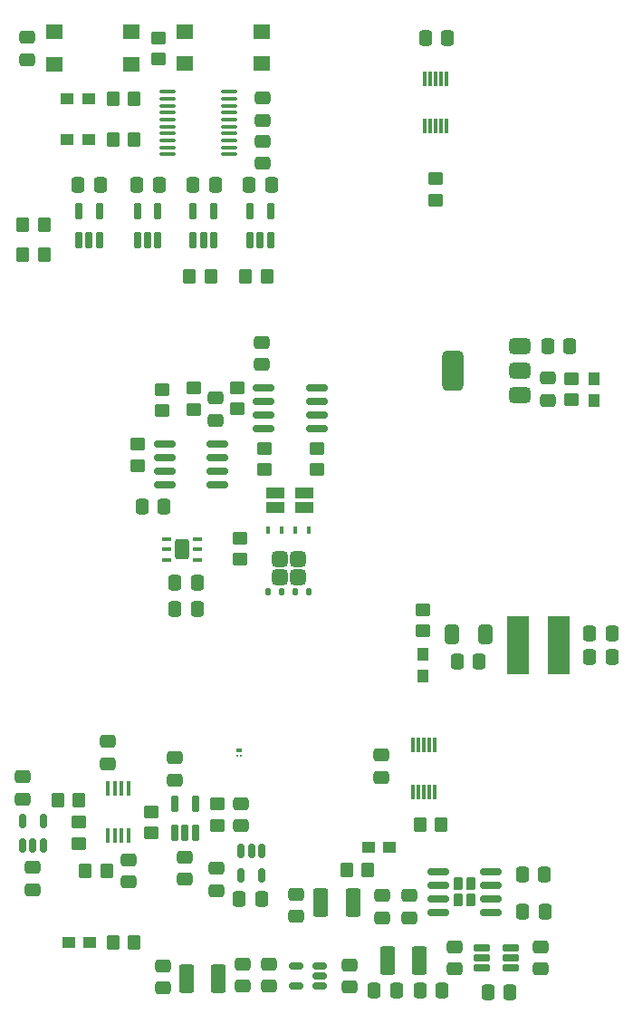
<source format=gbr>
%TF.GenerationSoftware,KiCad,Pcbnew,8.0.0*%
%TF.CreationDate,2024-10-24T21:57:35+02:00*%
%TF.ProjectId,Profiler energetyczny urz_dze_ IoT,50726f66-696c-4657-9220-656e65726765,rev?*%
%TF.SameCoordinates,Original*%
%TF.FileFunction,Paste,Top*%
%TF.FilePolarity,Positive*%
%FSLAX46Y46*%
G04 Gerber Fmt 4.6, Leading zero omitted, Abs format (unit mm)*
G04 Created by KiCad (PCBNEW 8.0.0) date 2024-10-24 21:57:35*
%MOMM*%
%LPD*%
G01*
G04 APERTURE LIST*
G04 Aperture macros list*
%AMRoundRect*
0 Rectangle with rounded corners*
0 $1 Rounding radius*
0 $2 $3 $4 $5 $6 $7 $8 $9 X,Y pos of 4 corners*
0 Add a 4 corners polygon primitive as box body*
4,1,4,$2,$3,$4,$5,$6,$7,$8,$9,$2,$3,0*
0 Add four circle primitives for the rounded corners*
1,1,$1+$1,$2,$3*
1,1,$1+$1,$4,$5*
1,1,$1+$1,$6,$7*
1,1,$1+$1,$8,$9*
0 Add four rect primitives between the rounded corners*
20,1,$1+$1,$2,$3,$4,$5,0*
20,1,$1+$1,$4,$5,$6,$7,0*
20,1,$1+$1,$6,$7,$8,$9,0*
20,1,$1+$1,$8,$9,$2,$3,0*%
G04 Aperture macros list end*
%ADD10RoundRect,0.250000X-0.337500X-0.475000X0.337500X-0.475000X0.337500X0.475000X-0.337500X0.475000X0*%
%ADD11RoundRect,0.250000X-0.350000X-0.450000X0.350000X-0.450000X0.350000X0.450000X-0.350000X0.450000X0*%
%ADD12RoundRect,0.250000X-0.415000X-0.715000X0.415000X-0.715000X0.415000X0.715000X-0.415000X0.715000X0*%
%ADD13RoundRect,0.100000X-0.325000X-0.100000X0.325000X-0.100000X0.325000X0.100000X-0.325000X0.100000X0*%
%ADD14RoundRect,0.375000X0.625000X0.375000X-0.625000X0.375000X-0.625000X-0.375000X0.625000X-0.375000X0*%
%ADD15RoundRect,0.500000X0.500000X1.400000X-0.500000X1.400000X-0.500000X-1.400000X0.500000X-1.400000X0*%
%ADD16RoundRect,0.250000X0.350000X0.450000X-0.350000X0.450000X-0.350000X-0.450000X0.350000X-0.450000X0*%
%ADD17RoundRect,0.250000X-0.475000X0.337500X-0.475000X-0.337500X0.475000X-0.337500X0.475000X0.337500X0*%
%ADD18RoundRect,0.250000X0.475000X-0.337500X0.475000X0.337500X-0.475000X0.337500X-0.475000X-0.337500X0*%
%ADD19R,1.000000X1.200000*%
%ADD20RoundRect,0.162500X0.162500X-0.617500X0.162500X0.617500X-0.162500X0.617500X-0.162500X-0.617500X0*%
%ADD21RoundRect,0.250000X0.450000X-0.350000X0.450000X0.350000X-0.450000X0.350000X-0.450000X-0.350000X0*%
%ADD22RoundRect,0.250000X-0.450000X0.350000X-0.450000X-0.350000X0.450000X-0.350000X0.450000X0.350000X0*%
%ADD23RoundRect,0.250001X0.462499X1.074999X-0.462499X1.074999X-0.462499X-1.074999X0.462499X-1.074999X0*%
%ADD24R,1.600000X1.400000*%
%ADD25RoundRect,0.150000X0.150000X-0.512500X0.150000X0.512500X-0.150000X0.512500X-0.150000X-0.512500X0*%
%ADD26R,1.750000X1.100000*%
%ADD27R,0.215000X0.270000*%
%ADD28R,0.500000X0.320000*%
%ADD29RoundRect,0.250000X0.337500X0.475000X-0.337500X0.475000X-0.337500X-0.475000X0.337500X-0.475000X0*%
%ADD30R,1.200000X1.000000*%
%ADD31RoundRect,0.162500X-0.617500X-0.162500X0.617500X-0.162500X0.617500X0.162500X-0.617500X0.162500X0*%
%ADD32R,0.300000X1.400000*%
%ADD33RoundRect,0.100000X-0.637500X-0.100000X0.637500X-0.100000X0.637500X0.100000X-0.637500X0.100000X0*%
%ADD34R,0.450000X1.450000*%
%ADD35RoundRect,0.230000X-0.230000X-0.375000X0.230000X-0.375000X0.230000X0.375000X-0.230000X0.375000X0*%
%ADD36RoundRect,0.150000X-0.825000X-0.150000X0.825000X-0.150000X0.825000X0.150000X-0.825000X0.150000X0*%
%ADD37RoundRect,0.150000X0.825000X0.150000X-0.825000X0.150000X-0.825000X-0.150000X0.825000X-0.150000X0*%
%ADD38RoundRect,0.375000X-0.375000X0.375000X-0.375000X-0.375000X0.375000X-0.375000X0.375000X0.375000X0*%
%ADD39RoundRect,0.125000X-0.125000X0.250000X-0.125000X-0.250000X0.125000X-0.250000X0.125000X0.250000X0*%
%ADD40RoundRect,0.100000X-0.100000X0.275000X-0.100000X-0.275000X0.100000X-0.275000X0.100000X0.275000X0*%
%ADD41RoundRect,0.150000X0.512500X0.150000X-0.512500X0.150000X-0.512500X-0.150000X0.512500X-0.150000X0*%
%ADD42RoundRect,0.250000X0.412500X0.650000X-0.412500X0.650000X-0.412500X-0.650000X0.412500X-0.650000X0*%
%ADD43R,2.150000X5.500000*%
%ADD44RoundRect,0.150000X-0.150000X0.512500X-0.150000X-0.512500X0.150000X-0.512500X0.150000X0.512500X0*%
%ADD45RoundRect,0.250001X-0.462499X-1.074999X0.462499X-1.074999X0.462499X1.074999X-0.462499X1.074999X0*%
G04 APERTURE END LIST*
D10*
%TO.C,C41*%
X113890000Y-84250000D03*
X115965000Y-84250000D03*
%TD*%
D11*
%TO.C,R3*%
X106397500Y-79985000D03*
X108397500Y-79985000D03*
%TD*%
D10*
%TO.C,C18*%
X112212500Y-123887500D03*
X114287500Y-123887500D03*
%TD*%
D12*
%TO.C,U7*%
X112850000Y-118315000D03*
D13*
X111400000Y-117365000D03*
X111400000Y-118315000D03*
X111400000Y-119265000D03*
X114300000Y-119265000D03*
X114300000Y-118315000D03*
X114300000Y-117365000D03*
%TD*%
D10*
%TO.C,C12*%
X144662500Y-148675000D03*
X146737500Y-148675000D03*
%TD*%
D14*
%TO.C,U4*%
X144450000Y-103925000D03*
X144450000Y-101625000D03*
D15*
X138150000Y-101625000D03*
D14*
X144450000Y-99325000D03*
%TD*%
D16*
%TO.C,R31*%
X115550000Y-92800000D03*
X113550000Y-92800000D03*
%TD*%
D17*
%TO.C,C36*%
X107862500Y-147312500D03*
X107862500Y-149387500D03*
%TD*%
D18*
%TO.C,C3*%
X120387500Y-78237500D03*
X120387500Y-76162500D03*
%TD*%
D19*
%TO.C,D3*%
X135350000Y-130100000D03*
X135350000Y-128100000D03*
%TD*%
D18*
%TO.C,C35*%
X105912500Y-138337500D03*
X105912500Y-136262500D03*
%TD*%
%TO.C,C28*%
X118400000Y-144137500D03*
X118400000Y-142062500D03*
%TD*%
D20*
%TO.C,U18*%
X103227500Y-89450000D03*
X104177500Y-89450000D03*
X105127500Y-89450000D03*
X105127500Y-86750000D03*
X103227500Y-86750000D03*
%TD*%
D16*
%TO.C,R21*%
X103250000Y-141712500D03*
X101250000Y-141712500D03*
%TD*%
D10*
%TO.C,C44*%
X151000000Y-126200000D03*
X153075000Y-126200000D03*
%TD*%
D21*
%TO.C,R19*%
X103250000Y-145812500D03*
X103250000Y-143812500D03*
%TD*%
D11*
%TO.C,R28*%
X98000000Y-88000000D03*
X100000000Y-88000000D03*
%TD*%
D22*
%TO.C,R12*%
X118250000Y-117250000D03*
X118250000Y-119250000D03*
%TD*%
D21*
%TO.C,R7*%
X110000000Y-144800000D03*
X110000000Y-142800000D03*
%TD*%
D23*
%TO.C,L4*%
X135087500Y-156700000D03*
X132112500Y-156700000D03*
%TD*%
D10*
%TO.C,C40*%
X119140000Y-84250000D03*
X121215000Y-84250000D03*
%TD*%
D18*
%TO.C,C31*%
X97987500Y-141650000D03*
X97987500Y-139575000D03*
%TD*%
D16*
%TO.C,R9*%
X130250000Y-148250000D03*
X128250000Y-148250000D03*
%TD*%
D23*
%TO.C,L2*%
X128837500Y-151350000D03*
X125862500Y-151350000D03*
%TD*%
D17*
%TO.C,C2*%
X98427500Y-70462500D03*
X98427500Y-72537500D03*
%TD*%
D24*
%TO.C,SW1*%
X100900000Y-69985000D03*
X108100000Y-69985000D03*
X100900000Y-72985000D03*
X108100000Y-72985000D03*
%TD*%
D25*
%TO.C,U13*%
X97987500Y-146000000D03*
X98937500Y-146000000D03*
X99887500Y-146000000D03*
X99887500Y-143725000D03*
X97987500Y-143725000D03*
%TD*%
D18*
%TO.C,C10*%
X131550000Y-152737500D03*
X131550000Y-150662500D03*
%TD*%
D20*
%TO.C,U20*%
X113927500Y-89450000D03*
X114877500Y-89450000D03*
X115827500Y-89450000D03*
X115827500Y-86750000D03*
X113927500Y-86750000D03*
%TD*%
D21*
%TO.C,R8*%
X149250000Y-104350000D03*
X149250000Y-102350000D03*
%TD*%
D10*
%TO.C,C38*%
X103140000Y-84250000D03*
X105215000Y-84250000D03*
%TD*%
D21*
%TO.C,R16*%
X125500000Y-110850000D03*
X125500000Y-108850000D03*
%TD*%
D20*
%TO.C,U19*%
X119227500Y-89450000D03*
X120177500Y-89450000D03*
X121127500Y-89450000D03*
X121127500Y-86750000D03*
X119227500Y-86750000D03*
%TD*%
D18*
%TO.C,C13*%
X128537500Y-159187500D03*
X128537500Y-157112500D03*
%TD*%
D21*
%TO.C,R27*%
X116200000Y-144100000D03*
X116200000Y-142100000D03*
%TD*%
D17*
%TO.C,C6*%
X146400000Y-155450000D03*
X146400000Y-157525000D03*
%TD*%
%TO.C,C16*%
X134150000Y-150662500D03*
X134150000Y-152737500D03*
%TD*%
D21*
%TO.C,R4*%
X135350000Y-125950000D03*
X135350000Y-123950000D03*
%TD*%
D26*
%TO.C,R32*%
X121575000Y-114400000D03*
X121575000Y-113000000D03*
X124325000Y-113000000D03*
X124325000Y-114400000D03*
%TD*%
D27*
%TO.C,Q2*%
X118040000Y-137565000D03*
X118405000Y-137565000D03*
D28*
X118222500Y-137055000D03*
%TD*%
D22*
%TO.C,R15*%
X120550000Y-108850000D03*
X120550000Y-110850000D03*
%TD*%
D29*
%TO.C,C7*%
X143537500Y-159650000D03*
X141462500Y-159650000D03*
%TD*%
D17*
%TO.C,C4*%
X120400000Y-80162500D03*
X120400000Y-82237500D03*
%TD*%
D30*
%TO.C,D2*%
X102137500Y-79985000D03*
X104137500Y-79985000D03*
%TD*%
D31*
%TO.C,U3*%
X140912500Y-155500000D03*
X140912500Y-156450000D03*
X140912500Y-157400000D03*
X143612500Y-157400000D03*
X143612500Y-156450000D03*
X143612500Y-155500000D03*
%TD*%
D30*
%TO.C,D5*%
X132300000Y-146150000D03*
X130300000Y-146150000D03*
%TD*%
D18*
%TO.C,C34*%
X116000000Y-106237500D03*
X116000000Y-104162500D03*
%TD*%
D16*
%TO.C,R10*%
X108412500Y-155050000D03*
X106412500Y-155050000D03*
%TD*%
D22*
%TO.C,R6*%
X136600000Y-83650000D03*
X136600000Y-85650000D03*
%TD*%
D17*
%TO.C,C14*%
X147050000Y-102325000D03*
X147050000Y-104400000D03*
%TD*%
D20*
%TO.C,U14*%
X112212500Y-144800000D03*
X113162500Y-144800000D03*
X114112500Y-144800000D03*
X114112500Y-142100000D03*
X112212500Y-142100000D03*
%TD*%
D10*
%TO.C,C19*%
X112212500Y-121437500D03*
X114287500Y-121437500D03*
%TD*%
D17*
%TO.C,C23*%
X118550000Y-157062500D03*
X118550000Y-159137500D03*
%TD*%
D16*
%TO.C,R17*%
X105850000Y-148362500D03*
X103850000Y-148362500D03*
%TD*%
D19*
%TO.C,D4*%
X151400000Y-102362500D03*
X151400000Y-104362500D03*
%TD*%
D20*
%TO.C,U17*%
X108715000Y-89450000D03*
X109665000Y-89450000D03*
X110615000Y-89450000D03*
X110615000Y-86750000D03*
X108715000Y-86750000D03*
%TD*%
D32*
%TO.C,U21*%
X137600000Y-74350000D03*
X137100000Y-74350000D03*
X136600000Y-74350000D03*
X136100000Y-74350000D03*
X135600000Y-74350000D03*
X135600000Y-78750000D03*
X136100000Y-78750000D03*
X136600000Y-78750000D03*
X137100000Y-78750000D03*
X137600000Y-78750000D03*
%TD*%
D29*
%TO.C,C5*%
X120287500Y-150950000D03*
X118212500Y-150950000D03*
%TD*%
D22*
%TO.C,R22*%
X110972500Y-103350000D03*
X110972500Y-105350000D03*
%TD*%
D30*
%TO.C,D1*%
X102137500Y-76235000D03*
X104137500Y-76235000D03*
%TD*%
D17*
%TO.C,C21*%
X111100000Y-157212500D03*
X111100000Y-159287500D03*
%TD*%
D33*
%TO.C,U2*%
X111525000Y-75560000D03*
X111525000Y-76210000D03*
X111525000Y-76860000D03*
X111525000Y-77510000D03*
X111525000Y-78160000D03*
X111525000Y-78810000D03*
X111525000Y-79460000D03*
X111525000Y-80110000D03*
X111525000Y-80760000D03*
X111525000Y-81410000D03*
X117250000Y-81410000D03*
X117250000Y-80760000D03*
X117250000Y-80110000D03*
X117250000Y-79460000D03*
X117250000Y-78810000D03*
X117250000Y-78160000D03*
X117250000Y-77510000D03*
X117250000Y-76860000D03*
X117250000Y-76210000D03*
X117250000Y-75560000D03*
%TD*%
D34*
%TO.C,U10*%
X105937500Y-145050000D03*
X106587500Y-145050000D03*
X107237500Y-145050000D03*
X107887500Y-145050000D03*
X107887500Y-140650000D03*
X107237500Y-140650000D03*
X106587500Y-140650000D03*
X105937500Y-140650000D03*
%TD*%
D22*
%TO.C,R1*%
X110637500Y-70500000D03*
X110637500Y-72500000D03*
%TD*%
D35*
%TO.C,U5*%
X138700000Y-149550000D03*
X138700000Y-151050000D03*
X139840000Y-149550000D03*
X139840000Y-151050000D03*
D36*
X136795000Y-148395000D03*
X136795000Y-149665000D03*
X136795000Y-150935000D03*
X136795000Y-152205000D03*
X141745000Y-152205000D03*
X141745000Y-150935000D03*
X141745000Y-149665000D03*
X141745000Y-148395000D03*
%TD*%
D17*
%TO.C,C11*%
X138362500Y-155450000D03*
X138362500Y-157525000D03*
%TD*%
D37*
%TO.C,U11*%
X116197500Y-112255000D03*
X116197500Y-110985000D03*
X116197500Y-109715000D03*
X116197500Y-108445000D03*
X111247500Y-108445000D03*
X111247500Y-109715000D03*
X111247500Y-110985000D03*
X111247500Y-112255000D03*
%TD*%
D18*
%TO.C,C20*%
X123500000Y-152587500D03*
X123500000Y-150512500D03*
%TD*%
D17*
%TO.C,C17*%
X121000000Y-157062500D03*
X121000000Y-159137500D03*
%TD*%
D10*
%TO.C,C15*%
X144712500Y-152150000D03*
X146787500Y-152150000D03*
%TD*%
D22*
%TO.C,R18*%
X118050000Y-103200000D03*
X118050000Y-105200000D03*
%TD*%
D17*
%TO.C,C8*%
X116050000Y-148125000D03*
X116050000Y-150200000D03*
%TD*%
D38*
%TO.C,Q1*%
X123700000Y-119200000D03*
X122000000Y-119200000D03*
X123700000Y-120900000D03*
X122000000Y-120900000D03*
D39*
X124755000Y-122305000D03*
X123485000Y-122305000D03*
X122215000Y-122305000D03*
X120945000Y-122305000D03*
D40*
X124755000Y-116500000D03*
X123485000Y-116500000D03*
X122215000Y-116500000D03*
X120945000Y-116500000D03*
%TD*%
D41*
%TO.C,U6*%
X125775000Y-159137500D03*
X125775000Y-158187500D03*
X125775000Y-157237500D03*
X123500000Y-157237500D03*
X123500000Y-159137500D03*
%TD*%
D42*
%TO.C,C1*%
X141225000Y-126250000D03*
X138100000Y-126250000D03*
%TD*%
D17*
%TO.C,C30*%
X113162500Y-147062500D03*
X113162500Y-149137500D03*
%TD*%
D16*
%TO.C,R29*%
X100000000Y-90800000D03*
X98000000Y-90800000D03*
%TD*%
D30*
%TO.C,D6*%
X104250000Y-155050000D03*
X102250000Y-155050000D03*
%TD*%
D17*
%TO.C,C32*%
X98937500Y-148012500D03*
X98937500Y-150087500D03*
%TD*%
D10*
%TO.C,C9*%
X147062500Y-99350000D03*
X149137500Y-99350000D03*
%TD*%
D17*
%TO.C,C39*%
X131500000Y-137512500D03*
X131500000Y-139587500D03*
%TD*%
D11*
%TO.C,R2*%
X106397500Y-76235000D03*
X108397500Y-76235000D03*
%TD*%
D10*
%TO.C,C37*%
X108677500Y-84250000D03*
X110752500Y-84250000D03*
%TD*%
D43*
%TO.C,L1*%
X144270000Y-127250000D03*
X148130000Y-127250000D03*
%TD*%
D29*
%TO.C,C33*%
X111187500Y-114315000D03*
X109112500Y-114315000D03*
%TD*%
D18*
%TO.C,C29*%
X112212500Y-139837500D03*
X112212500Y-137762500D03*
%TD*%
D10*
%TO.C,C24*%
X130825000Y-159550000D03*
X132900000Y-159550000D03*
%TD*%
%TO.C,C42*%
X135612500Y-70550000D03*
X137687500Y-70550000D03*
%TD*%
D18*
%TO.C,C22*%
X120300000Y-101025000D03*
X120300000Y-98950000D03*
%TD*%
D22*
%TO.C,R20*%
X113950000Y-103250000D03*
X113950000Y-105250000D03*
%TD*%
D16*
%TO.C,R30*%
X120800000Y-92800000D03*
X118800000Y-92800000D03*
%TD*%
D22*
%TO.C,R24*%
X108700000Y-108500000D03*
X108700000Y-110500000D03*
%TD*%
D44*
%TO.C,U8*%
X120300000Y-146500000D03*
X119350000Y-146500000D03*
X118400000Y-146500000D03*
X118400000Y-148775000D03*
X120300000Y-148775000D03*
%TD*%
D24*
%TO.C,SW2*%
X113150000Y-69947500D03*
X120350000Y-69947500D03*
X113150000Y-72947500D03*
X120350000Y-72947500D03*
%TD*%
D37*
%TO.C,U9*%
X125475000Y-107005000D03*
X125475000Y-105735000D03*
X125475000Y-104465000D03*
X125475000Y-103195000D03*
X120525000Y-103195000D03*
X120525000Y-104465000D03*
X120525000Y-105735000D03*
X120525000Y-107005000D03*
%TD*%
D29*
%TO.C,C45*%
X140650000Y-128750000D03*
X138575000Y-128750000D03*
%TD*%
D32*
%TO.C,U16*%
X136500000Y-136550000D03*
X136000000Y-136550000D03*
X135500000Y-136550000D03*
X135000000Y-136550000D03*
X134500000Y-136550000D03*
X134500000Y-140950000D03*
X135000000Y-140950000D03*
X135500000Y-140950000D03*
X136000000Y-140950000D03*
X136500000Y-140950000D03*
%TD*%
D10*
%TO.C,C43*%
X151000000Y-128400000D03*
X153075000Y-128400000D03*
%TD*%
D11*
%TO.C,R5*%
X135100000Y-144000000D03*
X137100000Y-144000000D03*
%TD*%
D45*
%TO.C,L3*%
X113312500Y-158400000D03*
X116287500Y-158400000D03*
%TD*%
D29*
%TO.C,C25*%
X137187500Y-159550000D03*
X135112500Y-159550000D03*
%TD*%
M02*

</source>
